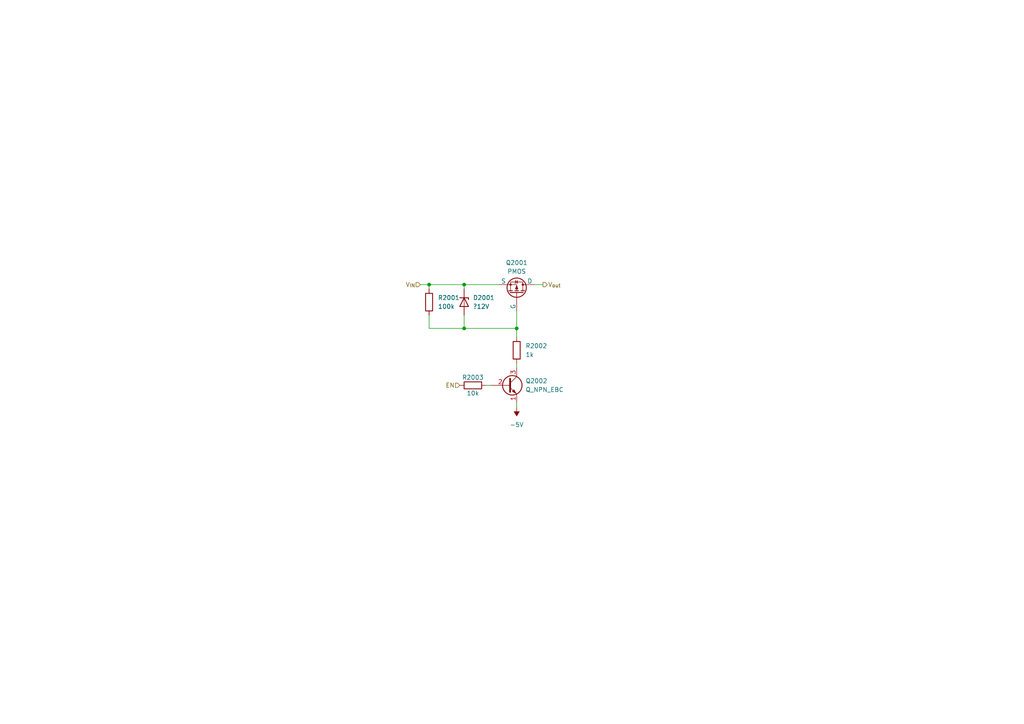
<source format=kicad_sch>
(kicad_sch (version 20250114) (generator "eeschema") (generator_version "9.0")
  (paper "A4")
  (title_block (title "${PROJECTNAME}") (date "2025-11-22") (rev "A.1") (company "David Haisman"))
  (lib_symbols
    (symbol "Device:D_Zener" (pin_numbers (hide yes)) (pin_names (offset 1.016) (hide yes))
      (property "Reference" "D" (at 0 2.54 0))
      (property "Value" "D_Zener" (at 0 -2.54 0))
      (symbol "D_Zener_0_1"
        (polyline (pts (xy -1.27 -1.27) (xy -1.27 1.27) (xy -0.762 1.27)) (stroke (width 0.254)))
        (polyline (pts (xy 1.27 0) (xy -1.27 0)))
        (polyline (pts (xy 1.27 -1.27) (xy 1.27 1.27) (xy -1.27 0) (xy 1.27 -1.27)) (stroke (width 0.254)))
      )
      (symbol "D_Zener_1_1"
        (pin passive line (at -3.81 0 0) (length 2.54) (name "K") (number "1"))
        (pin passive line (at 3.81 0 180) (length 2.54) (name "A") (number "2"))
      )
    )
    (symbol "Device:Q_NPN_EBC" (pin_names (offset 0) (hide yes))
      (property "Reference" "Q" (at 5.08 1.27 0))
      (property "Value" "Q_NPN_EBC" (at 5.08 -1.27 0))
      (symbol "Q_NPN_EBC_0_1"
        (polyline (pts (xy 0.635 1.905) (xy 0.635 -1.905) (xy 0.635 -1.905)) (stroke (width 0.508)))
        (polyline (pts (xy 0.635 0.635) (xy 2.54 2.54)))
        (polyline (pts (xy 0.635 -0.635) (xy 2.54 -2.54) (xy 2.54 -2.54)))
        (circle (center 1.27 0) (radius 2.8194) (stroke (width 0.254)))
        (polyline (pts (xy 1.27 -1.778) (xy 1.778 -1.27) (xy 2.286 -2.286) (xy 1.27 -1.778) (xy 1.27 -1.778)) (fill (type outline)))
      )
      (symbol "Q_NPN_EBC_1_1"
        (pin passive line (at -5.08 0 0) (length 5.715) (name "B") (number "2"))
        (pin passive line (at 2.54 5.08 270) (length 2.54) (name "C") (number "3"))
        (pin passive line (at 2.54 -5.08 90) (length 2.54) (name "E") (number "1"))
      )
    )
    (symbol "Device:R" (pin_numbers (hide yes)) (pin_names (offset 0))
      (property "Reference" "R" (at 2.032 0 90))
      (property "Value" "R" (at 0 0 90))
      (symbol "R_0_1"
        (rectangle (start -1.016 -2.54) (end 1.016 2.54) (stroke (width 0.254)))
      )
      (symbol "R_1_1"
        (pin passive line (at 0 3.81 270) (length 1.27) (name "~") (number "1"))
        (pin passive line (at 0 -3.81 90) (length 1.27) (name "~") (number "2"))
      )
    )
    (symbol "Simulation_SPICE:PMOS" (pin_numbers (hide yes)) (pin_names (offset 0))
      (property "Reference" "Q" (at 5.08 1.27 0))
      (property "Value" "PMOS" (at 5.08 -1.27 0))
      (symbol "PMOS_0_1"
        (polyline (pts (xy 0.254 1.905) (xy 0.254 -1.905)) (stroke (width 0.254)))
        (polyline (pts (xy 0.254 0) (xy -2.54 0)))
        (polyline (pts (xy 0.762 2.286) (xy 0.762 1.27)) (stroke (width 0.254)))
        (polyline (pts (xy 0.762 1.778) (xy 3.302 1.778) (xy 3.302 -1.778) (xy 0.762 -1.778)))
        (polyline (pts (xy 0.762 0.508) (xy 0.762 -0.508)) (stroke (width 0.254)))
        (polyline (pts (xy 0.762 -1.27) (xy 0.762 -2.286)) (stroke (width 0.254)))
        (circle (center 1.651 0) (radius 2.794) (stroke (width 0.254)))
        (polyline (pts (xy 2.286 0) (xy 1.27 0.381) (xy 1.27 -0.381) (xy 2.286 0)) (fill (type outline)))
        (polyline (pts (xy 2.54 2.54) (xy 2.54 1.778)))
        (circle (center 2.54 1.778) (radius 0.254) (fill (type outline)))
        (circle (center 2.54 -1.778) (radius 0.254) (fill (type outline)))
        (polyline (pts (xy 2.54 -2.54) (xy 2.54 0) (xy 0.762 0)))
        (polyline (pts (xy 2.794 -0.508) (xy 2.921 -0.381) (xy 3.683 -0.381) (xy 3.81 -0.254)))
        (polyline (pts (xy 3.302 -0.381) (xy 2.921 0.254) (xy 3.683 0.254) (xy 3.302 -0.381)))
      )
      (symbol "PMOS_1_1"
        (pin input line (at -5.08 0 0) (length 2.54) (name "G") (number "2"))
        (pin passive line (at 2.54 5.08 270) (length 2.54) (name "D") (number "1"))
        (pin passive line (at 2.54 -5.08 90) (length 2.54) (name "S") (number "3"))
      )
    )
    (symbol "power:-5V" (power) (pin_numbers (hide yes)) (pin_names (offset 0) (hide yes))
      (property "Value" "-5V" (at 0 3.556 0))
      (symbol "-5V_0_0"
        (pin power_in line (at 0 0 90) (length 0) (name "~") (number "1"))
      )
      (symbol "-5V_0_1"
        (polyline (pts (xy 0 0) (xy 0 1.27) (xy 0.762 1.27) (xy 0 2.54) (xy -0.762 1.27) (xy 0 1.27)) (fill (type outline)))
      )
    )
  )
  (junction (at 124.46 82.55))
  (junction (at 149.86 95.25))
  (junction (at 134.62 95.25))
  (junction (at 134.62 82.55))
  (wire (pts (xy 149.86 95.25) (xy 149.86 90.17)))
  (wire (pts (xy 154.94 82.55) (xy 157.48 82.55)))
  (wire (pts (xy 124.46 83.82) (xy 124.46 82.55)))
  (wire (pts (xy 124.46 82.55) (xy 134.62 82.55)))
  (wire (pts (xy 124.46 91.44) (xy 124.46 95.25)))
  (wire (pts (xy 134.62 91.44) (xy 134.62 95.25)))
  (wire (pts (xy 134.62 82.55) (xy 144.78 82.55)))
  (wire (pts (xy 121.92 82.55) (xy 124.46 82.55)))
  (wire (pts (xy 134.62 82.55) (xy 134.62 83.82)))
  (wire (pts (xy 149.86 116.84) (xy 149.86 118.11)))
  (wire (pts (xy 149.86 105.41) (xy 149.86 106.68)))
  (wire (pts (xy 140.97 111.76) (xy 142.24 111.76)))
  (wire (pts (xy 134.62 95.25) (xy 149.86 95.25)))
  (wire (pts (xy 149.86 95.25) (xy 149.86 97.79)))
  (wire (pts (xy 124.46 95.25) (xy 134.62 95.25)))
  (hierarchical_label "EN" (shape input) (at 133.35 111.76 180))
  (hierarchical_label "V_{out}" (shape output) (at 157.48 82.55 0))
  (hierarchical_label "V_{IN}" (shape input) (at 121.92 82.55 180))
  (symbol (lib_id "Device:R") (at 137.16 111.76 90) (unit 1)
    (property "Reference" "R603" (at 137.16 109.474 90))
    (property "Value" "10k" (at 137.16 114.046 90))
    (instances (project "Power_unit_A1" (path "" (reference "R2003") (unit 1)) (path "" (reference "R1903") (unit 1)) (path "" (reference "R1702") (unit 1)) (path "" (reference "R1202") (unit 1)) (path "" (reference "R1102") (unit 1)) (path "" (reference "R603") (unit 1))))
  )
  (symbol (lib_id "Device:R") (at 124.46 87.63 0) (mirror y) (unit 1)
    (property "Reference" "R601" (at 127 86.3599 0) (effects (justify right)))
    (property "Value" "100k" (at 127 88.8999 0) (effects (justify right)))
    (property "Description" "Resistor" (effects (hide yes)))
    (instances (project "Power_unit_A1" (path "" (reference "R2001") (unit 1)) (path "" (reference "R1901") (unit 1)) (path "" (reference "R1701") (unit 1)) (path "" (reference "R1201") (unit 1)) (path "" (reference "R1101") (unit 1)) (path "" (reference "R601") (unit 1))))
  )
  (symbol (lib_id "Device:R") (at 149.86 101.6 0) (mirror y) (unit 1)
    (property "Reference" "R602" (at 152.4 100.3299 0) (effects (justify right)))
    (property "Value" "1k" (at 152.4 102.8699 0) (effects (justify right)))
    (property "Description" "Resistor" (effects (hide yes)))
    (instances (project "Power_unit_A1" (path "" (reference "R2002") (unit 1)) (path "" (reference "R1902") (unit 1)) (path "" (reference "R1703") (unit 1)) (path "" (reference "R1203") (unit 1)) (path "" (reference "R1103") (unit 1)) (path "" (reference "R602") (unit 1))))
  )
  (symbol (lib_id "Simulation_SPICE:PMOS") (at 149.86 85.09 270) (mirror x) (unit 1)
    (property "Reference" "Q601" (at 149.86 76.2 90))
    (property "Value" "PMOS" (at 149.86 78.74 90))
    (property "Datasheet" "https://ngspice.sourceforge.io/docs/ngspice-html-manual/manual.xhtml#cha_MOSFETs" (effects (hide yes)))
    (property "Description" "P-MOSFET transistor, drain/source/gate" (effects (hide yes)))
    (property "Sim.Device" "PMOS" (effects (hide yes)))
    (property "Sim.Type" "VDMOS" (effects (hide yes)))
    (property "Sim.Pins" "1=D 2=G 3=S" (effects (hide yes)))
    (instances (project "Power_unit_A1" (path "" (reference "Q2001") (unit 1)) (path "" (reference "Q1901") (unit 1)) (path "" (reference "Q1702") (unit 1)) (path "" (reference "Q1202") (unit 1)) (path "" (reference "Q1102") (unit 1)) (path "" (reference "Q601") (unit 1))))
  )
  (symbol (lib_id "Device:Q_NPN_EBC") (at 147.32 111.76 0) (unit 1)
    (property "Reference" "Q602" (at 152.4 110.4899 0) (effects (justify left)))
    (property "Value" "Q_NPN_EBC" (at 152.4 113.0299 0) (effects (justify left)))
    (property "Description" "NPN transistor, emitter/base/collector" (effects (hide yes)))
    (instances (project "Power_unit_A1" (path "" (reference "Q2002") (unit 1)) (path "" (reference "Q1902") (unit 1)) (path "" (reference "Q1701") (unit 1)) (path "" (reference "Q1201") (unit 1)) (path "" (reference "Q1101") (unit 1)) (path "" (reference "Q602") (unit 1))))
  )
  (symbol (lib_id "power:-5V") (at 149.86 118.11 180) (unit 1)
    (property "Reference" "#PWR0601" (effects (hide yes)))
    (property "Value" "-5V" (at 149.86 123.19 0))
    (property "Description" "Power symbol creates a global label with name \"-5V\"" (effects (hide yes)))
    (instances (project "Power_unit_A1" (path "" (reference "#PWR02001") (unit 1)) (path "" (reference "#PWR01901") (unit 1)) (path "" (reference "#PWR01701") (unit 1)) (path "" (reference "#PWR01201") (unit 1)) (path "" (reference "#PWR01101") (unit 1)) (path "" (reference "#PWR0601") (unit 1))))
  )
  (symbol (lib_id "Device:D_Zener") (at 134.62 87.63 270) (unit 1)
    (property "Reference" "D601" (at 137.16 86.3599 90) (effects (justify left)))
    (property "Value" "?12V" (at 137.16 88.8999 90) (effects (justify left)))
    (property "Description" "Zener diode" (effects (hide yes)))
    (instances (project "Power_unit_A1" (path "" (reference "D2001") (unit 1)) (path "" (reference "D1901") (unit 1)) (path "" (reference "D1701") (unit 1)) (path "" (reference "D1201") (unit 1)) (path "" (reference "D1101") (unit 1)) (path "" (reference "D601") (unit 1))))
  )
)
</source>
